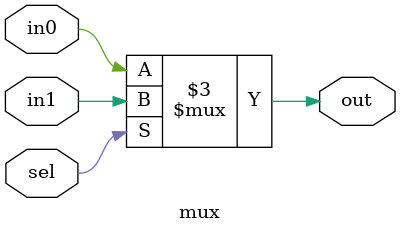
<source format=sv>
`default_nettype none

module tt_um_tiny_game_of_life (
    input  wire [7:0] ui_in,    // Dedicated inputs - connected to the input switches
    output wire [7:0] uo_out,   // Dedicated outputs - connected to the 7 segment display
    input  wire [7:0] uio_in,   // IOs: Bidirectional Input path
    output wire [7:0] uio_out,  // IOs: Bidirectional Output path
    output wire [7:0] uio_oe,   // IOs: Bidirectional Enable path (active high: 0=input, 1=output)
    input  wire       ena,      // will go high when the design is enabled
    input  wire       clk,      // clock
    input  wire       rst_n     // reset_n - low to reset
);

    logic reset;
    FSM Petros_Game_of_Life(.in(ui_in[1:0]), .out(uo_out[2:0]), .clock(ui_in[2]), .*);
    assign reset = ~rst_n;
    assign uo_out[7:3] = '0;
    assign uio_out[7:0] = '0;
    assign uio_oe[7:0] = '0;
    
endmodule: tt_um_tiny_game_of_life

module FSM
    (input  logic [1:0] in,
     input  logic clock, reset,
     output logic [2:0] out);

    
    enum logic [1:0] {INPUT = 2'b00, UPDATE = 2'b01, OUTPUT = 2'b10} currState, nextState;
    
    // Counter module instantiation
    logic counter_out, counter_clear;
    counter cntr(.clear(counter_clear), .eqToMax(counter_out), .*);

    // Shift register instantiation
    logic shift_out;
    shiftRegister shift(.in(in[0]), .state(nextState), .out(shift_out), .*);

    // Next state combinational logic
    always_comb begin
        nextState = INPUT;
        counter_clear = 1'b0;
        case (currState)
            INPUT: begin
                nextState = in[1] ? UPDATE : INPUT;
                counter_clear = 1'b1;
            end
            UPDATE: begin
                nextState = OUTPUT;
                counter_clear = 1'b0;
            end
            OUTPUT: begin
                if (counter_out) begin
                    nextState = UPDATE;
                    counter_clear = 1'b1; 
                end
                else nextState = OUTPUT;
            end
        endcase
    end

    // Output combinational logic
    always_comb begin
        out[2:1] = currState;
        out[0] = shift_out;
    end

    // Next state sequential logic
    always_ff @(posedge clock) begin
        if (reset) currState <= INPUT;
        else currState <= nextState;
    end
endmodule: FSM


module shiftRegister
    #(parameter N = 49, n = 7)
        (input  logic in, reset, clock,
         input  logic [1:0] state,
         output logic out);

    genvar i;

    // Wiring for load and update table
    logic [N:0] lw1, lw2;

    // Wiring between tables
    logic [N-1:0] uw;

    // Control variables: update is used for passing results to update table
    // load is used for connecting update table to load table
    logic update, load, hold;

    mux m(.in0(in), .in1(lw2[N]), .sel(state[1]), .out(load));
    assign update = state[0];
    assign hold = update;

    generate
        for (i = 0; i < N; i++) begin

            // Corner instantiation
            if (i == 0) begin 
                loadFF_corner ff(.d(load), .q(lw1[1]), .update(uw[i]), .n1(lw1[2]), 
                                 .n2(lw1[n+1]), .n3(lw1[n+2]), .*);

                updateFF uff(.d0(1'b0), .d1(uw[i]), .q(lw2[1]), .sel(update), .*);
            end
            else if (i == n-1) begin
                loadFF_corner ff(.d(lw1[i]), .q(lw1[n]), .update(uw[i]), .n1(lw1[i]), 
                                 .n2(lw1[n+n-1]), .n3(lw1[n+n]), .*);

                updateFF uff(.d0(lw2[i]), .d1(uw[i]), .q(lw2[n]), .sel(update), .*);
            end
            else if (i == N-n) begin
                loadFF_corner ff(.d(lw1[i]), .q(lw1[i+1]), .update(uw[i]), .n1(lw1[i-n+1]), 
                                 .n2(lw1[i-n+2]), .n3(lw1[i+2]), .*);

                updateFF uff(.d0(lw2[i]), .d1(uw[i]), .q(lw2[i+1]), .sel(update), .*);
            end
            else if (i == N-1) begin
                loadFF_corner ff(.d(lw1[i]), .q(lw1[N]), .update(uw[i]), .n1(lw1[i]), 
                                 .n2(lw1[N-n]), .n3(lw1[N-n-1]), .*);

                updateFF uff(.d0(lw2[i]), .d1(uw[i]), .q(lw2[N]), .sel(update), .*);
            end
            

            // Edge instantiation
            else if (i < n) begin
                loadFF_edge ff(.d(lw1[i]), .q(lw1[i+1]), .update(uw[i]), .n1(lw1[i]), 
                               .n2(lw1[i+2]), .n3(lw1[n+i]), .n4(lw1[n+i+1]), .n5(lw1[n+i+2]), .*);

                updateFF uff(.d0(lw2[i]), .d1(uw[i]), .q(lw2[i+1]), .sel(update), .*);
            end
            else if (i % n == 0) begin
                loadFF_edge ff(.d(lw1[i]), .q(lw1[i+1]), .update(uw[i]), .n1(lw1[i+2]), 
                               .n2(lw1[i+1-n]), .n3(lw1[i+2-n]), .n4(lw1[i+1+n]), .n5(lw1[i+2+n]), .*);

                updateFF uff(.d0(lw2[i]), .d1(uw[i]), .q(lw2[i+1]), .sel(update), .*); 
            end
            else if (i % n == n-1) begin
                loadFF_edge ff(.d(lw1[i]), .q(lw1[i+1]), .update(uw[i]), .n1(lw1[i]), 
                               .n2(lw1[i+1-n]), .n3(lw1[i-n]), .n4(lw1[i+1+n]), .n5(lw1[i+n]), .*);

                updateFF uff(.d0(lw2[i]), .d1(uw[i]), .q(lw2[i+1]), .sel(update), .*);
            end
            else if (i > N-n) begin
                loadFF_edge ff(.d(lw1[i]), .q(lw1[i+1]), .update(uw[i]), .n1(lw1[i]), 
                               .n2(lw1[i+2]), .n3(lw1[i-n]), .n4(lw1[i+1-n]), .n5(lw1[i+2-n]), .*);

                updateFF uff(.d0(lw2[i]), .d1(uw[i]), .q(lw2[i+1]), .sel(update), .*);
            end

            // Central instantiation
            else begin
                loadFF_central ff(.d(lw1[i]), .q(lw1[i+1]), .update(uw[i]), .n1(lw1[i]), 
                                  .n2(lw1[i+2]), .n3(lw1[i+n]), .n4(lw1[i+n+1]), .n5(lw1[i+2+n]), 
                                  .n6(lw1[i-n]), .n7(lw1[i+1-n]), .n8(lw1[i+2-n]), .*);

                updateFF uff(.d0(lw2[i]), .d1(uw[i]), .q(lw2[i+1]), .sel(update), .*);
            end


        end
    endgenerate  

    assign out = lw1[1];

endmodule: shiftRegister

module loadFF_corner
    (output logic q, update,
     input  logic d, hold, n1, n2, n3,
     input  logic clock, reset);
    
    logic mux_out;
    conway_adder_corner add(.cell_in(q), .cell_out(update), .*);
    mux m(.in0(d), .in1(q), .sel(hold), .out(mux_out), .*);
    dFlipFlop ff(.d(mux_out), .*);
endmodule: loadFF_corner

module loadFF_edge
    (output logic q, update,
     input  logic d, hold, n1, n2, n3, n4, n5,
     input  logic clock, reset);
    
    logic mux_out;
    conway_adder_edge add(.cell_in(q), .cell_out(update), .*);
    mux m(.in0(d), .in1(q), .sel(hold), .out(mux_out), .*);    
    dFlipFlop ff(.d(mux_out), .*);
endmodule: loadFF_edge

module loadFF_central
    (output logic q, update,
     input  logic d, hold, n1, n2, n3, n4, n5, n6, n7, n8,
     input  logic clock, reset);
    
    logic mux_out;
    conway_adder add(.cell_in(q), .cell_out(update), .*);
    mux m(.in0(d), .in1(q), .sel(hold), .out(mux_out), .*);    
    dFlipFlop ff(.d(mux_out), .*);
endmodule: loadFF_central


// Flipflop logic for update table. Can receive input
// from either the previous update ff or a load ff
module updateFF
    (output logic q,
     input  logic d0, d1, sel,
     input  logic clock, reset);
    
    logic mux_out;
    mux m(.in0(d0), .in1(d1), .out(mux_out), .*);
    dFlipFlop ff(.d(mux_out), .*);
endmodule: updateFF


// Adder logic used to determine the next state of a cell given its neighboring cells
module conway_adder
    (input  logic cell_in,
     input  logic n1, n2, n3, n4, n5, n6, n7, n8,
     output logic cell_out);

    logic [3:0] sum;

    assign sum = n1 + n2 + n3 + n4 + n5 + n6 + n7 + n8;

    always_comb begin // calc cell's next state based on sum

        if (cell_in && ((sum == 4'd3) || (sum == 4'd2))) cell_out = 1'b1;
        else if (~cell_in && (sum == 4'd3)) cell_out = 1'b1;
        else cell_out = 1'b0;
    end

endmodule: conway_adder

module conway_adder_corner
    (input  logic cell_in,
     input  logic n1, n2, n3,
     output logic cell_out);

    logic condition1, condition2;

    assign condition1 = (n1 & n2) | (n2 & n3) | (n1 & n3);
    assign condition2 = n1 & n2 & n3;
    assign cell_out = (condition1 & cell_in) | (condition2 & ~cell_in);
endmodule: conway_adder_corner

module conway_adder_edge
    (input  logic cell_in,
     input  logic n1, n2, n3, n4, n5,
     output logic cell_out);

    logic [2:0] sum;

    assign sum = n1 + n2 + n3 + n4 + n5;

    always_comb begin // calc cell's next state based on sum

        if (cell_in && ((sum == 3'd3) || (sum == 3'd2))) cell_out = 1'b1;
        else if (~cell_in && (sum == 3'd3)) cell_out = 1'b1;
        else cell_out = 1'b0;
    end
endmodule: conway_adder_edge


// Counter used for loading bits from update table to load table

module counter
    #(parameter N = 49)
    (input  logic clock, clear,
     output logic eqToMax);

    logic [$clog2(N)-1:0] count;
    always_ff @(posedge clock) begin
        if (clear) count <= '0;
        else count <= count + 1;

        if (count >= N-1) eqToMax <= 1'b1;
        else eqToMax <= 1'b0;
    end
endmodule: counter

// Bare flipflop logic
module dFlipFlop
    (output logic q,
     input  logic d, clock, reset);

    always_ff @(posedge clock) begin
        if (reset) q <= 1'b0;
        else q <= d;
    end
endmodule: dFlipFlop

// Bare multiplexer logic
module mux
    (input  logic in0, in1, sel,
     output logic out);
    
    always_comb begin
        if (sel) out = in1;
        else out = in0;
    end
endmodule: mux

</source>
